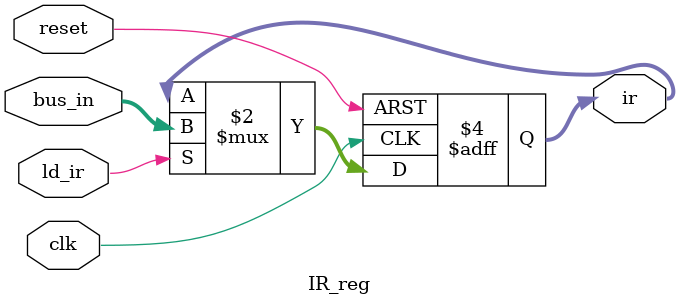
<source format=sv>

module IR_reg (
  input  logic        clk,
  input  logic        reset,
  input  logic        ld_ir,
  input  logic [15:0] bus_in,
  output logic [15:0] ir
);
  always_ff @(posedge clk or posedge reset) begin
    if (reset)   ir <= '0;
    else if (ld_ir) ir <= bus_in;
  end
endmodule
</source>
